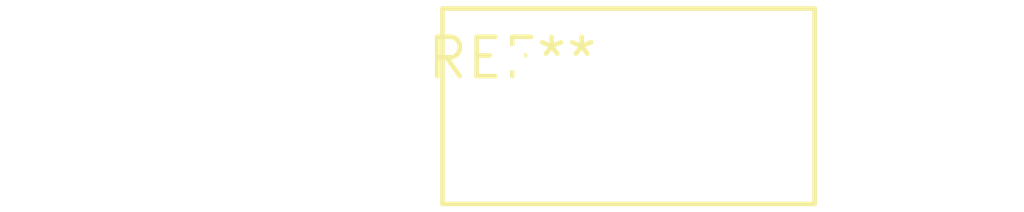
<source format=kicad_pcb>
(kicad_pcb (version 20240108) (generator pcbnew)
  (layers (0 "F.Cu" signal) (31 "B.Cu" signal) (34 "B.Paste" user) (35 "F.Paste" user) (36 "B.SilkS" user "B.Silkscreen") (37 "F.SilkS" user "F.Silkscreen") (38 "B.Mask" user) (39 "F.Mask" user) (44 "Edge.Cuts" user))
  (net 0 "")
  (footprint "RV_Disc_D12mm_W6.3mm_P7.5mm" (layer "F.Cu") (at 0 0)
    (property "Reference" "REF**")
    (property "Value" "RV_Disc_D12mm_W6.3mm_P7.5mm")
    (fp_line (start -2.25 -1.6) (end -2.25 4.7) (layer "F.SilkS") (stroke (width 0.15)))
    (fp_line (start -2.25 -1.6) (end 9.75 -1.6) (layer "F.SilkS") (stroke (width 0.15)))
    (fp_line (start -2.25 4.7) (end 9.75 4.7) (layer "F.SilkS") (stroke (width 0.15)))
    (fp_line (start 9.75 -1.6) (end 9.75 4.7) (layer "F.SilkS") (stroke (width 0.15)))
    (pad "1" thru_hole circle (at 0 0) (size 1.8 1.8) (drill 0.8) (layers *.Cu *.Mask) (remove_unused_layers))
    (pad "2" thru_hole circle (at 7.5 3.1) (size 1.8 1.8) (drill 0.8) (layers *.Cu *.Mask) (remove_unused_layers))
  )
)
</source>
